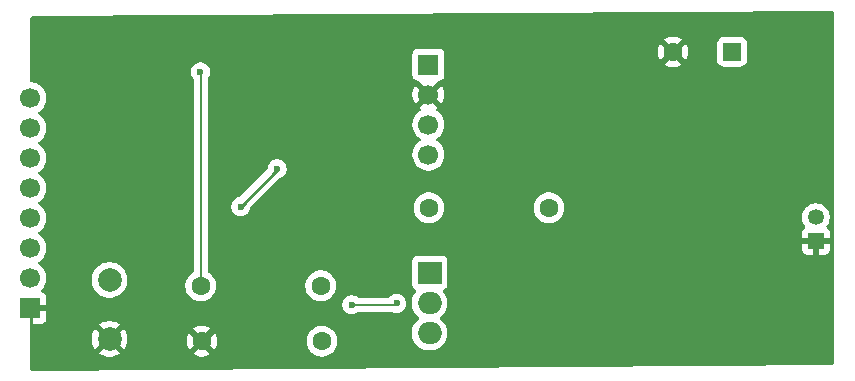
<source format=gbr>
G04 #@! TF.GenerationSoftware,KiCad,Pcbnew,9.0.4*
G04 #@! TF.CreationDate,2026-01-25T14:47:56-08:00*
G04 #@! TF.ProjectId,e-ink_PCB,652d696e-6b5f-4504-9342-2e6b69636164,rev?*
G04 #@! TF.SameCoordinates,Original*
G04 #@! TF.FileFunction,Copper,L2,Bot*
G04 #@! TF.FilePolarity,Positive*
%FSLAX46Y46*%
G04 Gerber Fmt 4.6, Leading zero omitted, Abs format (unit mm)*
G04 Created by KiCad (PCBNEW 9.0.4) date 2026-01-25 14:47:56*
%MOMM*%
%LPD*%
G01*
G04 APERTURE LIST*
G04 Aperture macros list*
%AMRoundRect*
0 Rectangle with rounded corners*
0 $1 Rounding radius*
0 $2 $3 $4 $5 $6 $7 $8 $9 X,Y pos of 4 corners*
0 Add a 4 corners polygon primitive as box body*
4,1,4,$2,$3,$4,$5,$6,$7,$8,$9,$2,$3,0*
0 Add four circle primitives for the rounded corners*
1,1,$1+$1,$2,$3*
1,1,$1+$1,$4,$5*
1,1,$1+$1,$6,$7*
1,1,$1+$1,$8,$9*
0 Add four rect primitives between the rounded corners*
20,1,$1+$1,$2,$3,$4,$5,0*
20,1,$1+$1,$4,$5,$6,$7,0*
20,1,$1+$1,$6,$7,$8,$9,0*
20,1,$1+$1,$8,$9,$2,$3,0*%
G04 Aperture macros list end*
G04 #@! TA.AperFunction,ComponentPad*
%ADD10R,1.700000X1.700000*%
G04 #@! TD*
G04 #@! TA.AperFunction,ComponentPad*
%ADD11C,1.700000*%
G04 #@! TD*
G04 #@! TA.AperFunction,ComponentPad*
%ADD12C,1.600000*%
G04 #@! TD*
G04 #@! TA.AperFunction,ComponentPad*
%ADD13R,2.000000X1.905000*%
G04 #@! TD*
G04 #@! TA.AperFunction,ComponentPad*
%ADD14O,2.000000X1.905000*%
G04 #@! TD*
G04 #@! TA.AperFunction,ComponentPad*
%ADD15R,1.350000X1.350000*%
G04 #@! TD*
G04 #@! TA.AperFunction,ComponentPad*
%ADD16C,1.350000*%
G04 #@! TD*
G04 #@! TA.AperFunction,ComponentPad*
%ADD17RoundRect,0.250000X0.550000X0.550000X-0.550000X0.550000X-0.550000X-0.550000X0.550000X-0.550000X0*%
G04 #@! TD*
G04 #@! TA.AperFunction,ComponentPad*
%ADD18C,2.000000*%
G04 #@! TD*
G04 #@! TA.AperFunction,ViaPad*
%ADD19C,0.600000*%
G04 #@! TD*
G04 #@! TA.AperFunction,Conductor*
%ADD20C,0.200000*%
G04 #@! TD*
G04 #@! TA.AperFunction,Conductor*
%ADD21C,0.254000*%
G04 #@! TD*
G04 APERTURE END LIST*
D10*
G04 #@! TO.P,J3,VIN,Pin_1*
G04 #@! TO.N,Net-(J2-Pin_2)*
X110200000Y-97580000D03*
D11*
G04 #@! TO.P,J3,GND,Pin_2*
G04 #@! TO.N,GND*
X110200000Y-100120000D03*
G04 #@! TO.P,J3,SCL,Pin_3*
G04 #@! TO.N,Net-(J3-Pin_3)*
X110200000Y-102660000D03*
G04 #@! TO.P,J3,SDA,Pin_4*
G04 #@! TO.N,Net-(J3-Pin_4)*
X110200000Y-105200000D03*
G04 #@! TD*
D12*
G04 #@! TO.P,R3,1*
G04 #@! TO.N,Net-(Q1-G)*
X110240000Y-109700000D03*
G04 #@! TO.P,R3,2*
G04 #@! TO.N,Net-(J4-Pin_2)*
X120400000Y-109700000D03*
G04 #@! TD*
G04 #@! TO.P,R1,1*
G04 #@! TO.N,Net-(J1-Pin_8)*
X90920000Y-116300000D03*
G04 #@! TO.P,R1,2*
G04 #@! TO.N,Net-(Q1-D)*
X101080000Y-116300000D03*
G04 #@! TD*
D13*
G04 #@! TO.P,MOSFET,1,G*
G04 #@! TO.N,Net-(Q1-G)*
X110300000Y-115220000D03*
D14*
G04 #@! TO.P,MOSFET,2,D*
G04 #@! TO.N,Net-(Q1-D)*
X110300000Y-117760000D03*
G04 #@! TO.P,MOSFET,3,S*
G04 #@! TO.N,Net-(J4-Pin_2)*
X110300000Y-120300000D03*
G04 #@! TD*
D15*
G04 #@! TO.P,J5,1,Pin_1*
G04 #@! TO.N,GND*
X143000000Y-112500000D03*
D16*
G04 #@! TO.P,J5,2,Pin_2*
G04 #@! TO.N,Net-(J4-Pin_2)*
X143000000Y-110500000D03*
G04 #@! TD*
D17*
G04 #@! TO.P,J4,+,Pin_2*
G04 #@! TO.N,Net-(J4-Pin_2)*
X135902651Y-96500000D03*
D12*
G04 #@! TO.P,J4,-,Pin_1*
G04 #@! TO.N,GND*
X130902651Y-96500000D03*
G04 #@! TD*
D18*
G04 #@! TO.P,C1,1*
G04 #@! TO.N,GND*
X83200000Y-120800000D03*
G04 #@! TO.P,C1,2*
G04 #@! TO.N,Net-(J2-Pin_2)*
X83200000Y-115800000D03*
G04 #@! TD*
D10*
G04 #@! TO.P,Display,GND,Pin_1*
G04 #@! TO.N,GND*
X76500000Y-118200000D03*
D11*
G04 #@! TO.P,Display,VCC,Pin_2*
G04 #@! TO.N,Net-(J2-Pin_2)*
X76500000Y-115660000D03*
G04 #@! TO.P,Display,SCL,Pin_3*
G04 #@! TO.N,Net-(J2-Pin_3)*
X76500000Y-113120000D03*
G04 #@! TO.P,Display,SDA,Pin_4*
G04 #@! TO.N,Net-(J2-Pin_4)*
X76500000Y-110580000D03*
G04 #@! TO.P,Display,RES,Pin_5*
G04 #@! TO.N,Net-(J2-Pin_5)*
X76500000Y-108040000D03*
G04 #@! TO.P,Display,DC,Pin_6*
G04 #@! TO.N,Net-(J2-Pin_6)*
X76500000Y-105500000D03*
G04 #@! TO.P,Display,CS,Pin_7*
G04 #@! TO.N,Net-(J2-Pin_7)*
X76500000Y-102960000D03*
G04 #@! TO.P,Display,BUSY,Pin_8*
G04 #@! TO.N,Net-(J2-Pin_8)*
X76500000Y-100420000D03*
G04 #@! TD*
D12*
G04 #@! TO.P,R2,1*
G04 #@! TO.N,GND*
X91020000Y-121000000D03*
G04 #@! TO.P,R2,2*
G04 #@! TO.N,Net-(J1-Pin_8)*
X101180000Y-121000000D03*
G04 #@! TD*
D19*
G04 #@! TO.N,GND*
X141000000Y-112500000D03*
X120000000Y-105000000D03*
X130000000Y-105000000D03*
X80000000Y-95000000D03*
X110000000Y-95000000D03*
X140000000Y-95000000D03*
X120000000Y-95000000D03*
X120000000Y-120000000D03*
X130000000Y-120000000D03*
X140000000Y-120000000D03*
X126100000Y-96500000D03*
X120000000Y-96500000D03*
X98900000Y-98960000D03*
X94500000Y-98960000D03*
X88000000Y-121500000D03*
X79500000Y-119500000D03*
G04 #@! TO.N,Net-(J1-Pin_8)*
X90900000Y-98200000D03*
G04 #@! TO.N,Net-(J2-Pin_2)*
X94300000Y-109600000D03*
X97400000Y-106400000D03*
G04 #@! TO.N,Net-(Q1-D)*
X107500000Y-117800000D03*
X103700000Y-117900000D03*
G04 #@! TO.N,GND*
X143000000Y-117000000D03*
X143000000Y-115000000D03*
G04 #@! TD*
D20*
G04 #@! TO.N,Net-(J1-Pin_8)*
X90920000Y-98220000D02*
X90900000Y-98200000D01*
X90920000Y-116300000D02*
X90920000Y-98220000D01*
D21*
G04 #@! TO.N,Net-(J2-Pin_2)*
X94300000Y-109600000D02*
X97400000Y-106500000D01*
D20*
X97400000Y-106500000D02*
X97400000Y-106400000D01*
G04 #@! TO.N,Net-(Q1-D)*
X107400000Y-117900000D02*
X107500000Y-117800000D01*
X103700000Y-117900000D02*
X107400000Y-117900000D01*
G04 #@! TD*
G04 #@! TA.AperFunction,Conductor*
G04 #@! TO.N,GND*
G36*
X144442271Y-93020109D02*
G01*
X144488413Y-93072576D01*
X144500000Y-93124915D01*
X144500000Y-122876908D01*
X144480315Y-122943947D01*
X144427511Y-122989702D01*
X144376912Y-123000905D01*
X76624912Y-123499081D01*
X76557729Y-123479890D01*
X76511587Y-123427423D01*
X76500000Y-123375084D01*
X76500000Y-120681947D01*
X81700000Y-120681947D01*
X81700000Y-120918052D01*
X81736934Y-121151247D01*
X81809897Y-121375802D01*
X81917087Y-121586174D01*
X81977338Y-121669104D01*
X81977340Y-121669105D01*
X82717037Y-120929408D01*
X82734075Y-120992993D01*
X82799901Y-121107007D01*
X82892993Y-121200099D01*
X83007007Y-121265925D01*
X83070590Y-121282962D01*
X82330893Y-122022658D01*
X82413828Y-122082914D01*
X82624197Y-122190102D01*
X82848752Y-122263065D01*
X82848751Y-122263065D01*
X83081948Y-122300000D01*
X83318052Y-122300000D01*
X83551247Y-122263065D01*
X83775802Y-122190102D01*
X83986163Y-122082918D01*
X83986169Y-122082914D01*
X84069105Y-122022658D01*
X83329408Y-121282962D01*
X83392993Y-121265925D01*
X83507007Y-121200099D01*
X83600099Y-121107007D01*
X83665925Y-120992993D01*
X83682962Y-120929408D01*
X84422658Y-121669105D01*
X84422658Y-121669104D01*
X84482914Y-121586169D01*
X84482918Y-121586163D01*
X84590102Y-121375802D01*
X84663065Y-121151247D01*
X84700000Y-120918052D01*
X84700000Y-120897682D01*
X89720000Y-120897682D01*
X89720000Y-121102317D01*
X89752009Y-121304417D01*
X89815244Y-121499031D01*
X89908141Y-121681350D01*
X89908147Y-121681359D01*
X89940523Y-121725921D01*
X89940524Y-121725922D01*
X90620000Y-121046446D01*
X90620000Y-121052661D01*
X90647259Y-121154394D01*
X90699920Y-121245606D01*
X90774394Y-121320080D01*
X90865606Y-121372741D01*
X90967339Y-121400000D01*
X90973553Y-121400000D01*
X90294076Y-122079474D01*
X90338650Y-122111859D01*
X90520968Y-122204755D01*
X90715582Y-122267990D01*
X90917683Y-122300000D01*
X91122317Y-122300000D01*
X91324417Y-122267990D01*
X91519031Y-122204755D01*
X91701349Y-122111859D01*
X91745921Y-122079474D01*
X91066447Y-121400000D01*
X91072661Y-121400000D01*
X91174394Y-121372741D01*
X91265606Y-121320080D01*
X91340080Y-121245606D01*
X91392741Y-121154394D01*
X91420000Y-121052661D01*
X91420000Y-121046447D01*
X92099474Y-121725921D01*
X92131859Y-121681349D01*
X92224755Y-121499031D01*
X92287990Y-121304417D01*
X92320000Y-121102317D01*
X92320000Y-120897682D01*
X92319995Y-120897648D01*
X99879500Y-120897648D01*
X99879500Y-121102351D01*
X99911522Y-121304534D01*
X99974781Y-121499223D01*
X99996943Y-121542717D01*
X100067585Y-121681359D01*
X100067715Y-121681613D01*
X100188028Y-121847213D01*
X100332786Y-121991971D01*
X100487749Y-122104556D01*
X100498390Y-122112287D01*
X100614607Y-122171503D01*
X100680776Y-122205218D01*
X100680778Y-122205218D01*
X100680781Y-122205220D01*
X100785137Y-122239127D01*
X100875465Y-122268477D01*
X100976557Y-122284488D01*
X101077648Y-122300500D01*
X101077649Y-122300500D01*
X101282351Y-122300500D01*
X101282352Y-122300500D01*
X101484534Y-122268477D01*
X101679219Y-122205220D01*
X101861610Y-122112287D01*
X101984975Y-122022658D01*
X102027213Y-121991971D01*
X102027215Y-121991968D01*
X102027219Y-121991966D01*
X102171966Y-121847219D01*
X102171968Y-121847215D01*
X102171971Y-121847213D01*
X102224732Y-121774590D01*
X102292287Y-121681610D01*
X102385220Y-121499219D01*
X102448477Y-121304534D01*
X102480500Y-121102352D01*
X102480500Y-120897648D01*
X102465034Y-120799999D01*
X102448477Y-120695465D01*
X102417458Y-120600000D01*
X102385220Y-120500781D01*
X102385218Y-120500778D01*
X102385218Y-120500776D01*
X102341183Y-120414354D01*
X102292287Y-120318390D01*
X102260092Y-120274077D01*
X102171971Y-120152786D01*
X102027213Y-120008028D01*
X101861613Y-119887715D01*
X101861612Y-119887714D01*
X101861610Y-119887713D01*
X101804653Y-119858691D01*
X101679223Y-119794781D01*
X101484534Y-119731522D01*
X101309995Y-119703878D01*
X101282352Y-119699500D01*
X101077648Y-119699500D01*
X101053329Y-119703351D01*
X100875465Y-119731522D01*
X100680776Y-119794781D01*
X100498386Y-119887715D01*
X100332786Y-120008028D01*
X100188028Y-120152786D01*
X100067715Y-120318386D01*
X99974781Y-120500776D01*
X99911522Y-120695465D01*
X99879500Y-120897648D01*
X92319995Y-120897648D01*
X92287990Y-120695582D01*
X92224755Y-120500968D01*
X92131859Y-120318650D01*
X92099474Y-120274077D01*
X92099474Y-120274076D01*
X91420000Y-120953551D01*
X91420000Y-120947339D01*
X91392741Y-120845606D01*
X91340080Y-120754394D01*
X91265606Y-120679920D01*
X91174394Y-120627259D01*
X91072661Y-120600000D01*
X91066446Y-120600000D01*
X91745922Y-119920524D01*
X91745921Y-119920523D01*
X91701359Y-119888147D01*
X91701350Y-119888141D01*
X91519031Y-119795244D01*
X91324417Y-119732009D01*
X91122317Y-119700000D01*
X90917683Y-119700000D01*
X90715582Y-119732009D01*
X90520968Y-119795244D01*
X90338644Y-119888143D01*
X90294077Y-119920523D01*
X90294077Y-119920524D01*
X90973554Y-120600000D01*
X90967339Y-120600000D01*
X90865606Y-120627259D01*
X90774394Y-120679920D01*
X90699920Y-120754394D01*
X90647259Y-120845606D01*
X90620000Y-120947339D01*
X90620000Y-120953553D01*
X89940524Y-120274077D01*
X89940523Y-120274077D01*
X89908143Y-120318644D01*
X89815244Y-120500968D01*
X89752009Y-120695582D01*
X89720000Y-120897682D01*
X84700000Y-120897682D01*
X84700000Y-120681947D01*
X84663065Y-120448752D01*
X84590102Y-120224197D01*
X84488137Y-120024078D01*
X84482914Y-120013828D01*
X84422658Y-119930894D01*
X84422658Y-119930893D01*
X83682962Y-120670590D01*
X83665925Y-120607007D01*
X83600099Y-120492993D01*
X83507007Y-120399901D01*
X83392993Y-120334075D01*
X83329409Y-120317037D01*
X84069105Y-119577340D01*
X84069104Y-119577338D01*
X83986174Y-119517087D01*
X83775802Y-119409897D01*
X83551247Y-119336934D01*
X83551248Y-119336934D01*
X83318052Y-119300000D01*
X83081948Y-119300000D01*
X82848752Y-119336934D01*
X82624197Y-119409897D01*
X82413830Y-119517084D01*
X82330894Y-119577340D01*
X83070591Y-120317037D01*
X83007007Y-120334075D01*
X82892993Y-120399901D01*
X82799901Y-120492993D01*
X82734075Y-120607007D01*
X82717037Y-120670591D01*
X81977340Y-119930894D01*
X81917084Y-120013830D01*
X81809897Y-120224197D01*
X81736934Y-120448752D01*
X81700000Y-120681947D01*
X76500000Y-120681947D01*
X76500000Y-119680000D01*
X76500000Y-118700000D01*
X76565826Y-118700000D01*
X76692993Y-118665925D01*
X76750000Y-118633012D01*
X76750000Y-119550000D01*
X77397828Y-119550000D01*
X77397844Y-119549999D01*
X77457372Y-119543598D01*
X77457379Y-119543596D01*
X77551702Y-119508417D01*
X77592086Y-119493354D01*
X77592093Y-119493350D01*
X77707187Y-119407190D01*
X77707190Y-119407187D01*
X77793350Y-119292093D01*
X77793354Y-119292086D01*
X77843596Y-119157379D01*
X77843598Y-119157372D01*
X77849999Y-119097844D01*
X77850000Y-119097827D01*
X77850000Y-118450000D01*
X76933012Y-118450000D01*
X76965925Y-118392993D01*
X77000000Y-118265826D01*
X77000000Y-118134174D01*
X76965925Y-118007007D01*
X76933012Y-117950000D01*
X77850000Y-117950000D01*
X77850000Y-117821153D01*
X102899500Y-117821153D01*
X102899500Y-117978846D01*
X102930261Y-118133489D01*
X102930264Y-118133501D01*
X102990602Y-118279172D01*
X102990609Y-118279185D01*
X103078210Y-118410288D01*
X103078213Y-118410292D01*
X103189707Y-118521786D01*
X103189711Y-118521789D01*
X103320814Y-118609390D01*
X103320827Y-118609397D01*
X103457300Y-118665925D01*
X103466503Y-118669737D01*
X103618644Y-118700000D01*
X103621153Y-118700499D01*
X103621156Y-118700500D01*
X103621158Y-118700500D01*
X103778844Y-118700500D01*
X103778845Y-118700499D01*
X103933497Y-118669737D01*
X104079179Y-118609394D01*
X104093090Y-118600099D01*
X104210875Y-118521398D01*
X104277553Y-118500520D01*
X104279766Y-118500500D01*
X107074684Y-118500500D01*
X107122136Y-118509939D01*
X107149801Y-118521398D01*
X107266503Y-118569737D01*
X107419142Y-118600099D01*
X107421153Y-118600499D01*
X107421156Y-118600500D01*
X107421158Y-118600500D01*
X107578844Y-118600500D01*
X107578845Y-118600499D01*
X107733497Y-118569737D01*
X107879179Y-118509394D01*
X108010289Y-118421789D01*
X108121789Y-118310289D01*
X108209394Y-118179179D01*
X108269737Y-118033497D01*
X108300500Y-117878842D01*
X108300500Y-117721158D01*
X108300500Y-117721155D01*
X108300499Y-117721153D01*
X108289627Y-117666498D01*
X108269737Y-117566503D01*
X108244352Y-117505218D01*
X108209397Y-117420827D01*
X108209390Y-117420814D01*
X108121789Y-117289711D01*
X108121786Y-117289707D01*
X108010292Y-117178213D01*
X108010288Y-117178210D01*
X107879185Y-117090609D01*
X107879172Y-117090602D01*
X107733501Y-117030264D01*
X107733489Y-117030261D01*
X107578845Y-116999500D01*
X107578842Y-116999500D01*
X107421158Y-116999500D01*
X107421155Y-116999500D01*
X107266510Y-117030261D01*
X107266498Y-117030264D01*
X107120827Y-117090602D01*
X107120814Y-117090609D01*
X106989712Y-117178209D01*
X106965680Y-117202242D01*
X106904739Y-117263182D01*
X106843419Y-117296666D01*
X106817060Y-117299500D01*
X104279766Y-117299500D01*
X104212727Y-117279815D01*
X104210875Y-117278602D01*
X104079185Y-117190609D01*
X104079172Y-117190602D01*
X103933501Y-117130264D01*
X103933489Y-117130261D01*
X103778845Y-117099500D01*
X103778842Y-117099500D01*
X103621158Y-117099500D01*
X103621155Y-117099500D01*
X103466510Y-117130261D01*
X103466498Y-117130264D01*
X103320827Y-117190602D01*
X103320814Y-117190609D01*
X103189711Y-117278210D01*
X103189707Y-117278213D01*
X103078213Y-117389707D01*
X103078210Y-117389711D01*
X102990609Y-117520814D01*
X102990602Y-117520827D01*
X102930264Y-117666498D01*
X102930261Y-117666510D01*
X102899500Y-117821153D01*
X77850000Y-117821153D01*
X77850000Y-117302172D01*
X77849999Y-117302155D01*
X77843598Y-117242627D01*
X77843596Y-117242620D01*
X77793354Y-117107913D01*
X77793350Y-117107906D01*
X77707190Y-116992812D01*
X77707187Y-116992809D01*
X77592093Y-116906649D01*
X77592088Y-116906646D01*
X77460528Y-116857577D01*
X77404595Y-116815705D01*
X77380178Y-116750241D01*
X77395030Y-116681968D01*
X77416175Y-116653720D01*
X77530104Y-116539792D01*
X77655051Y-116367816D01*
X77751557Y-116178412D01*
X77817246Y-115976243D01*
X77850500Y-115766287D01*
X77850500Y-115681902D01*
X81699500Y-115681902D01*
X81699500Y-115918097D01*
X81736446Y-116151368D01*
X81809433Y-116375996D01*
X81829221Y-116414831D01*
X81916657Y-116586433D01*
X82055483Y-116777510D01*
X82222490Y-116944517D01*
X82413567Y-117083343D01*
X82505649Y-117130261D01*
X82624003Y-117190566D01*
X82624005Y-117190566D01*
X82624008Y-117190568D01*
X82744412Y-117229689D01*
X82848631Y-117263553D01*
X83081903Y-117300500D01*
X83081908Y-117300500D01*
X83318097Y-117300500D01*
X83551368Y-117263553D01*
X83615771Y-117242627D01*
X83775992Y-117190568D01*
X83986433Y-117083343D01*
X84177510Y-116944517D01*
X84344517Y-116777510D01*
X84483343Y-116586433D01*
X84590568Y-116375992D01*
X84648516Y-116197648D01*
X89619500Y-116197648D01*
X89619500Y-116402351D01*
X89651522Y-116604534D01*
X89714781Y-116799223D01*
X89769517Y-116906646D01*
X89805489Y-116977246D01*
X89807715Y-116981613D01*
X89928028Y-117147213D01*
X90072786Y-117291971D01*
X90227749Y-117404556D01*
X90238390Y-117412287D01*
X90354607Y-117471503D01*
X90420776Y-117505218D01*
X90420778Y-117505218D01*
X90420781Y-117505220D01*
X90525137Y-117539127D01*
X90615465Y-117568477D01*
X90716557Y-117584488D01*
X90817648Y-117600500D01*
X90817649Y-117600500D01*
X91022351Y-117600500D01*
X91022352Y-117600500D01*
X91224534Y-117568477D01*
X91419219Y-117505220D01*
X91601610Y-117412287D01*
X91753172Y-117302172D01*
X91767213Y-117291971D01*
X91767215Y-117291968D01*
X91767219Y-117291966D01*
X91911966Y-117147219D01*
X91911968Y-117147215D01*
X91911971Y-117147213D01*
X91996938Y-117030264D01*
X92032287Y-116981610D01*
X92125220Y-116799219D01*
X92188477Y-116604534D01*
X92220500Y-116402352D01*
X92220500Y-116197648D01*
X99779500Y-116197648D01*
X99779500Y-116402351D01*
X99811522Y-116604534D01*
X99874781Y-116799223D01*
X99929517Y-116906646D01*
X99965489Y-116977246D01*
X99967715Y-116981613D01*
X100088028Y-117147213D01*
X100232786Y-117291971D01*
X100387749Y-117404556D01*
X100398390Y-117412287D01*
X100514607Y-117471503D01*
X100580776Y-117505218D01*
X100580778Y-117505218D01*
X100580781Y-117505220D01*
X100685137Y-117539127D01*
X100775465Y-117568477D01*
X100876557Y-117584488D01*
X100977648Y-117600500D01*
X100977649Y-117600500D01*
X101182351Y-117600500D01*
X101182352Y-117600500D01*
X101384534Y-117568477D01*
X101579219Y-117505220D01*
X101761610Y-117412287D01*
X101913172Y-117302172D01*
X101927213Y-117291971D01*
X101927215Y-117291968D01*
X101927219Y-117291966D01*
X102071966Y-117147219D01*
X102071968Y-117147215D01*
X102071971Y-117147213D01*
X102156938Y-117030264D01*
X102192287Y-116981610D01*
X102285220Y-116799219D01*
X102348477Y-116604534D01*
X102380500Y-116402352D01*
X102380500Y-116197648D01*
X102348477Y-115995466D01*
X102285220Y-115800781D01*
X102285218Y-115800778D01*
X102285218Y-115800776D01*
X102224648Y-115681902D01*
X102192287Y-115618390D01*
X102145297Y-115553713D01*
X102071971Y-115452786D01*
X101927213Y-115308028D01*
X101761613Y-115187715D01*
X101761612Y-115187714D01*
X101761610Y-115187713D01*
X101704653Y-115158691D01*
X101579223Y-115094781D01*
X101384534Y-115031522D01*
X101209995Y-115003878D01*
X101182352Y-114999500D01*
X100977648Y-114999500D01*
X100953329Y-115003351D01*
X100775465Y-115031522D01*
X100580776Y-115094781D01*
X100398386Y-115187715D01*
X100232786Y-115308028D01*
X100088028Y-115452786D01*
X99967715Y-115618386D01*
X99874781Y-115800776D01*
X99811522Y-115995465D01*
X99779500Y-116197648D01*
X92220500Y-116197648D01*
X92188477Y-115995466D01*
X92125220Y-115800781D01*
X92125218Y-115800778D01*
X92125218Y-115800776D01*
X92064648Y-115681902D01*
X92032287Y-115618390D01*
X91985297Y-115553713D01*
X91911971Y-115452786D01*
X91767213Y-115308028D01*
X91601610Y-115187712D01*
X91588200Y-115180879D01*
X91537406Y-115132903D01*
X91520500Y-115070397D01*
X91520500Y-114219635D01*
X108799500Y-114219635D01*
X108799500Y-116220370D01*
X108799501Y-116220376D01*
X108805908Y-116279983D01*
X108856202Y-116414828D01*
X108856206Y-116414835D01*
X108942452Y-116530044D01*
X108942455Y-116530047D01*
X109057664Y-116616293D01*
X109057669Y-116616296D01*
X109085539Y-116626690D01*
X109141473Y-116668561D01*
X109165891Y-116734024D01*
X109151040Y-116802298D01*
X109142525Y-116815759D01*
X109009783Y-116998461D01*
X108905950Y-117202244D01*
X108835278Y-117419750D01*
X108835278Y-117419753D01*
X108812036Y-117566498D01*
X108799500Y-117645646D01*
X108799500Y-117874354D01*
X108802452Y-117892993D01*
X108835278Y-118100246D01*
X108835278Y-118100249D01*
X108905950Y-118317755D01*
X108999064Y-118500500D01*
X109009783Y-118521538D01*
X109144214Y-118706566D01*
X109305934Y-118868286D01*
X109375423Y-118918773D01*
X109390438Y-118929682D01*
X109433103Y-118985013D01*
X109439082Y-119054626D01*
X109406476Y-119116421D01*
X109390438Y-119130318D01*
X109305932Y-119191715D01*
X109144216Y-119353431D01*
X109144216Y-119353432D01*
X109144214Y-119353434D01*
X109105160Y-119407187D01*
X109009783Y-119538461D01*
X108905950Y-119742244D01*
X108835278Y-119959750D01*
X108835278Y-119959753D01*
X108799500Y-120185646D01*
X108799500Y-120414353D01*
X108835278Y-120640246D01*
X108835278Y-120640249D01*
X108905950Y-120857755D01*
X108978427Y-120999999D01*
X109009783Y-121061538D01*
X109144214Y-121246566D01*
X109305934Y-121408286D01*
X109490962Y-121542717D01*
X109694742Y-121646548D01*
X109694744Y-121646549D01*
X109912251Y-121717221D01*
X109912252Y-121717221D01*
X109912255Y-121717222D01*
X110138146Y-121753000D01*
X110138147Y-121753000D01*
X110461853Y-121753000D01*
X110461854Y-121753000D01*
X110687745Y-121717222D01*
X110687748Y-121717221D01*
X110687749Y-121717221D01*
X110905255Y-121646549D01*
X110905255Y-121646548D01*
X110905258Y-121646548D01*
X111109038Y-121542717D01*
X111294066Y-121408286D01*
X111455786Y-121246566D01*
X111590217Y-121061538D01*
X111694048Y-120857758D01*
X111764722Y-120640245D01*
X111800500Y-120414354D01*
X111800500Y-120185646D01*
X111764722Y-119959755D01*
X111764721Y-119959751D01*
X111764721Y-119959750D01*
X111694049Y-119742244D01*
X111610025Y-119577338D01*
X111590217Y-119538462D01*
X111455786Y-119353434D01*
X111294066Y-119191714D01*
X111209559Y-119130316D01*
X111166896Y-119074988D01*
X111160917Y-119005375D01*
X111193523Y-118943580D01*
X111209556Y-118929685D01*
X111294066Y-118868286D01*
X111455786Y-118706566D01*
X111590217Y-118521538D01*
X111694048Y-118317758D01*
X111753918Y-118133497D01*
X111764721Y-118100249D01*
X111764721Y-118100248D01*
X111764722Y-118100245D01*
X111800500Y-117874354D01*
X111800500Y-117645646D01*
X111764722Y-117419755D01*
X111764721Y-117419751D01*
X111764721Y-117419750D01*
X111694049Y-117202244D01*
X111637168Y-117090609D01*
X111590217Y-116998462D01*
X111457472Y-116815755D01*
X111433994Y-116749953D01*
X111449819Y-116681899D01*
X111499925Y-116633204D01*
X111514455Y-116626692D01*
X111542331Y-116616296D01*
X111657546Y-116530046D01*
X111743796Y-116414831D01*
X111794091Y-116279983D01*
X111800500Y-116220373D01*
X111800499Y-114219628D01*
X111794091Y-114160017D01*
X111743796Y-114025169D01*
X111743795Y-114025168D01*
X111743793Y-114025164D01*
X111657547Y-113909955D01*
X111657544Y-113909952D01*
X111542335Y-113823706D01*
X111542328Y-113823702D01*
X111407482Y-113773408D01*
X111407483Y-113773408D01*
X111347883Y-113767001D01*
X111347881Y-113767000D01*
X111347873Y-113767000D01*
X111347864Y-113767000D01*
X109252129Y-113767000D01*
X109252123Y-113767001D01*
X109192516Y-113773408D01*
X109057671Y-113823702D01*
X109057664Y-113823706D01*
X108942455Y-113909952D01*
X108942452Y-113909955D01*
X108856206Y-114025164D01*
X108856202Y-114025171D01*
X108805908Y-114160017D01*
X108799501Y-114219616D01*
X108799501Y-114219623D01*
X108799500Y-114219635D01*
X91520500Y-114219635D01*
X91520500Y-109521153D01*
X93499500Y-109521153D01*
X93499500Y-109678846D01*
X93530261Y-109833489D01*
X93530264Y-109833501D01*
X93590602Y-109979172D01*
X93590609Y-109979185D01*
X93678210Y-110110288D01*
X93678213Y-110110292D01*
X93789707Y-110221786D01*
X93789711Y-110221789D01*
X93920814Y-110309390D01*
X93920827Y-110309397D01*
X94009964Y-110346318D01*
X94066503Y-110369737D01*
X94221153Y-110400499D01*
X94221156Y-110400500D01*
X94221158Y-110400500D01*
X94378844Y-110400500D01*
X94378845Y-110400499D01*
X94533497Y-110369737D01*
X94679179Y-110309394D01*
X94810289Y-110221789D01*
X94921789Y-110110289D01*
X95009394Y-109979179D01*
X95069737Y-109833497D01*
X95091156Y-109725812D01*
X95099920Y-109709058D01*
X95103940Y-109690580D01*
X95122682Y-109665543D01*
X95123539Y-109663906D01*
X95125035Y-109662382D01*
X95189769Y-109597648D01*
X108939500Y-109597648D01*
X108939500Y-109802351D01*
X108971522Y-110004534D01*
X109034781Y-110199223D01*
X109098691Y-110324653D01*
X109121663Y-110369737D01*
X109127715Y-110381613D01*
X109248028Y-110547213D01*
X109392786Y-110691971D01*
X109507433Y-110775265D01*
X109558390Y-110812287D01*
X109674607Y-110871503D01*
X109740776Y-110905218D01*
X109740778Y-110905218D01*
X109740781Y-110905220D01*
X109845137Y-110939127D01*
X109935465Y-110968477D01*
X110036557Y-110984488D01*
X110137648Y-111000500D01*
X110137649Y-111000500D01*
X110342351Y-111000500D01*
X110342352Y-111000500D01*
X110544534Y-110968477D01*
X110739219Y-110905220D01*
X110921610Y-110812287D01*
X111014590Y-110744732D01*
X111087213Y-110691971D01*
X111087215Y-110691968D01*
X111087219Y-110691966D01*
X111231966Y-110547219D01*
X111231968Y-110547215D01*
X111231971Y-110547213D01*
X111333487Y-110407486D01*
X111352287Y-110381610D01*
X111445220Y-110199219D01*
X111508477Y-110004534D01*
X111540500Y-109802352D01*
X111540500Y-109597648D01*
X119099500Y-109597648D01*
X119099500Y-109802351D01*
X119131522Y-110004534D01*
X119194781Y-110199223D01*
X119258691Y-110324653D01*
X119281663Y-110369737D01*
X119287715Y-110381613D01*
X119408028Y-110547213D01*
X119552786Y-110691971D01*
X119667433Y-110775265D01*
X119718390Y-110812287D01*
X119834607Y-110871503D01*
X119900776Y-110905218D01*
X119900778Y-110905218D01*
X119900781Y-110905220D01*
X120005137Y-110939127D01*
X120095465Y-110968477D01*
X120196557Y-110984488D01*
X120297648Y-111000500D01*
X120297649Y-111000500D01*
X120502351Y-111000500D01*
X120502352Y-111000500D01*
X120704534Y-110968477D01*
X120899219Y-110905220D01*
X121081610Y-110812287D01*
X121174590Y-110744732D01*
X121247213Y-110691971D01*
X121247215Y-110691968D01*
X121247219Y-110691966D01*
X121391966Y-110547219D01*
X121391968Y-110547215D01*
X121391971Y-110547213D01*
X121493487Y-110407486D01*
X141824500Y-110407486D01*
X141824500Y-110592513D01*
X141853445Y-110775265D01*
X141910619Y-110951232D01*
X141910620Y-110951235D01*
X141994622Y-111116096D01*
X142078840Y-111232012D01*
X142102320Y-111297817D01*
X142086495Y-111365871D01*
X142052833Y-111404164D01*
X141967809Y-111467813D01*
X141881649Y-111582906D01*
X141881645Y-111582913D01*
X141831403Y-111717620D01*
X141831401Y-111717627D01*
X141825000Y-111777155D01*
X141825000Y-112250000D01*
X142684314Y-112250000D01*
X142679920Y-112254394D01*
X142627259Y-112345606D01*
X142600000Y-112447339D01*
X142600000Y-112552661D01*
X142627259Y-112654394D01*
X142679920Y-112745606D01*
X142684314Y-112750000D01*
X141825000Y-112750000D01*
X141825000Y-113222844D01*
X141831401Y-113282372D01*
X141831403Y-113282379D01*
X141881645Y-113417086D01*
X141881649Y-113417093D01*
X141967809Y-113532187D01*
X141967812Y-113532190D01*
X142082906Y-113618350D01*
X142082913Y-113618354D01*
X142217620Y-113668596D01*
X142217627Y-113668598D01*
X142277155Y-113674999D01*
X142277172Y-113675000D01*
X142750000Y-113675000D01*
X142750000Y-112815686D01*
X142754394Y-112820080D01*
X142845606Y-112872741D01*
X142947339Y-112900000D01*
X143052661Y-112900000D01*
X143154394Y-112872741D01*
X143245606Y-112820080D01*
X143250000Y-112815686D01*
X143250000Y-113675000D01*
X143722828Y-113675000D01*
X143722844Y-113674999D01*
X143782372Y-113668598D01*
X143782379Y-113668596D01*
X143917086Y-113618354D01*
X143917093Y-113618350D01*
X144032187Y-113532190D01*
X144032190Y-113532187D01*
X144118350Y-113417093D01*
X144118354Y-113417086D01*
X144168596Y-113282379D01*
X144168598Y-113282372D01*
X144174999Y-113222844D01*
X144175000Y-113222827D01*
X144175000Y-112750000D01*
X143315686Y-112750000D01*
X143320080Y-112745606D01*
X143372741Y-112654394D01*
X143400000Y-112552661D01*
X143400000Y-112447339D01*
X143372741Y-112345606D01*
X143320080Y-112254394D01*
X143315686Y-112250000D01*
X144175000Y-112250000D01*
X144175000Y-111777172D01*
X144174999Y-111777155D01*
X144168598Y-111717627D01*
X144168596Y-111717620D01*
X144118354Y-111582913D01*
X144118350Y-111582906D01*
X144032190Y-111467812D01*
X143947166Y-111404162D01*
X143905296Y-111348228D01*
X143900312Y-111278536D01*
X143921157Y-111232015D01*
X144005378Y-111116096D01*
X144089379Y-110951235D01*
X144146555Y-110775264D01*
X144175500Y-110592514D01*
X144175500Y-110407486D01*
X144146555Y-110224736D01*
X144109369Y-110110288D01*
X144089380Y-110048767D01*
X144089379Y-110048764D01*
X144005377Y-109883903D01*
X143996859Y-109872179D01*
X143896621Y-109734213D01*
X143765787Y-109603379D01*
X143616096Y-109494622D01*
X143451235Y-109410620D01*
X143451232Y-109410619D01*
X143275265Y-109353445D01*
X143183889Y-109338972D01*
X143092514Y-109324500D01*
X142907486Y-109324500D01*
X142846569Y-109334148D01*
X142724734Y-109353445D01*
X142548767Y-109410619D01*
X142548764Y-109410620D01*
X142383903Y-109494622D01*
X142347387Y-109521153D01*
X142234213Y-109603379D01*
X142234211Y-109603381D01*
X142234210Y-109603381D01*
X142103381Y-109734210D01*
X142103381Y-109734211D01*
X142103379Y-109734213D01*
X142056672Y-109798499D01*
X141994622Y-109883903D01*
X141910620Y-110048764D01*
X141910619Y-110048767D01*
X141853445Y-110224734D01*
X141824500Y-110407486D01*
X121493487Y-110407486D01*
X121512286Y-110381611D01*
X121530270Y-110346318D01*
X121605218Y-110199223D01*
X121605218Y-110199222D01*
X121605220Y-110199219D01*
X121668477Y-110004534D01*
X121700500Y-109802352D01*
X121700500Y-109597648D01*
X121672440Y-109420486D01*
X121668477Y-109395465D01*
X121605218Y-109200776D01*
X121538639Y-109070109D01*
X121512287Y-109018390D01*
X121483097Y-108978213D01*
X121391971Y-108852786D01*
X121247213Y-108708028D01*
X121081613Y-108587715D01*
X121081612Y-108587714D01*
X121081610Y-108587713D01*
X121024104Y-108558412D01*
X120899223Y-108494781D01*
X120704534Y-108431522D01*
X120529995Y-108403878D01*
X120502352Y-108399500D01*
X120297648Y-108399500D01*
X120273329Y-108403351D01*
X120095465Y-108431522D01*
X119900776Y-108494781D01*
X119718386Y-108587715D01*
X119552786Y-108708028D01*
X119408028Y-108852786D01*
X119287715Y-109018386D01*
X119194781Y-109200776D01*
X119131522Y-109395465D01*
X119099500Y-109597648D01*
X111540500Y-109597648D01*
X111512440Y-109420486D01*
X111508477Y-109395465D01*
X111445218Y-109200776D01*
X111378639Y-109070109D01*
X111352287Y-109018390D01*
X111323097Y-108978213D01*
X111231971Y-108852786D01*
X111087213Y-108708028D01*
X110921613Y-108587715D01*
X110921612Y-108587714D01*
X110921610Y-108587713D01*
X110864104Y-108558412D01*
X110739223Y-108494781D01*
X110544534Y-108431522D01*
X110369995Y-108403878D01*
X110342352Y-108399500D01*
X110137648Y-108399500D01*
X110113329Y-108403351D01*
X109935465Y-108431522D01*
X109740776Y-108494781D01*
X109558386Y-108587715D01*
X109392786Y-108708028D01*
X109248028Y-108852786D01*
X109127715Y-109018386D01*
X109034781Y-109200776D01*
X108971522Y-109395465D01*
X108939500Y-109597648D01*
X95189769Y-109597648D01*
X97589058Y-107198359D01*
X97629284Y-107171482D01*
X97779172Y-107109397D01*
X97779172Y-107109396D01*
X97779179Y-107109394D01*
X97910289Y-107021789D01*
X98021789Y-106910289D01*
X98109394Y-106779179D01*
X98169737Y-106633497D01*
X98200500Y-106478842D01*
X98200500Y-106321158D01*
X98200500Y-106321155D01*
X98200499Y-106321153D01*
X98182388Y-106230104D01*
X98169737Y-106166503D01*
X98169735Y-106166498D01*
X98109397Y-106020827D01*
X98109390Y-106020814D01*
X98021789Y-105889711D01*
X98021786Y-105889707D01*
X97910292Y-105778213D01*
X97910288Y-105778210D01*
X97779185Y-105690609D01*
X97779172Y-105690602D01*
X97633501Y-105630264D01*
X97633489Y-105630261D01*
X97478845Y-105599500D01*
X97478842Y-105599500D01*
X97321158Y-105599500D01*
X97321155Y-105599500D01*
X97166510Y-105630261D01*
X97166498Y-105630264D01*
X97020827Y-105690602D01*
X97020814Y-105690609D01*
X96889711Y-105778210D01*
X96889707Y-105778213D01*
X96778213Y-105889707D01*
X96778210Y-105889711D01*
X96690609Y-106020814D01*
X96690602Y-106020827D01*
X96630264Y-106166498D01*
X96630261Y-106166510D01*
X96599500Y-106321153D01*
X96599500Y-106361718D01*
X96579815Y-106428757D01*
X96563181Y-106449399D01*
X94237672Y-108774907D01*
X94176349Y-108808392D01*
X94174183Y-108808843D01*
X94066508Y-108830261D01*
X94066498Y-108830264D01*
X93920827Y-108890602D01*
X93920814Y-108890609D01*
X93789711Y-108978210D01*
X93789707Y-108978213D01*
X93678213Y-109089707D01*
X93678210Y-109089711D01*
X93590609Y-109220814D01*
X93590602Y-109220827D01*
X93530264Y-109366498D01*
X93530261Y-109366510D01*
X93499500Y-109521153D01*
X91520500Y-109521153D01*
X91520500Y-98749833D01*
X91540185Y-98682794D01*
X91541398Y-98680942D01*
X91547154Y-98672328D01*
X91609394Y-98579179D01*
X91669737Y-98433497D01*
X91700500Y-98278842D01*
X91700500Y-98121158D01*
X91700500Y-98121155D01*
X91700499Y-98121153D01*
X91669738Y-97966510D01*
X91669737Y-97966503D01*
X91669735Y-97966498D01*
X91609397Y-97820827D01*
X91609390Y-97820814D01*
X91521789Y-97689711D01*
X91521786Y-97689707D01*
X91410292Y-97578213D01*
X91410288Y-97578210D01*
X91279185Y-97490609D01*
X91279172Y-97490602D01*
X91133501Y-97430264D01*
X91133489Y-97430261D01*
X90978845Y-97399500D01*
X90978842Y-97399500D01*
X90821158Y-97399500D01*
X90821155Y-97399500D01*
X90666510Y-97430261D01*
X90666498Y-97430264D01*
X90520827Y-97490602D01*
X90520814Y-97490609D01*
X90389711Y-97578210D01*
X90389707Y-97578213D01*
X90278213Y-97689707D01*
X90278210Y-97689711D01*
X90190609Y-97820814D01*
X90190602Y-97820827D01*
X90130264Y-97966498D01*
X90130261Y-97966510D01*
X90099500Y-98121153D01*
X90099500Y-98278846D01*
X90130261Y-98433489D01*
X90130264Y-98433501D01*
X90190602Y-98579172D01*
X90190609Y-98579185D01*
X90252846Y-98672328D01*
X90278211Y-98710289D01*
X90283178Y-98715256D01*
X90316665Y-98776575D01*
X90319500Y-98802940D01*
X90319500Y-115070397D01*
X90299815Y-115137436D01*
X90251800Y-115180879D01*
X90238389Y-115187712D01*
X90072786Y-115308028D01*
X89928028Y-115452786D01*
X89807715Y-115618386D01*
X89714781Y-115800776D01*
X89651522Y-115995465D01*
X89619500Y-116197648D01*
X84648516Y-116197648D01*
X84662550Y-116154457D01*
X84663552Y-116151370D01*
X84663553Y-116151368D01*
X84682640Y-116030859D01*
X84700500Y-115918097D01*
X84700500Y-115681902D01*
X84663553Y-115448631D01*
X84590566Y-115224003D01*
X84534002Y-115112991D01*
X84483343Y-115013567D01*
X84344517Y-114822490D01*
X84177510Y-114655483D01*
X83986433Y-114516657D01*
X83954696Y-114500486D01*
X83775996Y-114409433D01*
X83551368Y-114336446D01*
X83318097Y-114299500D01*
X83318092Y-114299500D01*
X83081908Y-114299500D01*
X83081903Y-114299500D01*
X82848631Y-114336446D01*
X82624003Y-114409433D01*
X82413566Y-114516657D01*
X82304550Y-114595862D01*
X82222490Y-114655483D01*
X82222488Y-114655485D01*
X82222487Y-114655485D01*
X82055485Y-114822487D01*
X82055485Y-114822488D01*
X82055483Y-114822490D01*
X81995862Y-114904550D01*
X81916657Y-115013566D01*
X81809433Y-115224003D01*
X81736446Y-115448631D01*
X81699500Y-115681902D01*
X77850500Y-115681902D01*
X77850500Y-115553713D01*
X77817246Y-115343757D01*
X77751557Y-115141588D01*
X77655051Y-114952184D01*
X77655049Y-114952181D01*
X77655048Y-114952179D01*
X77530109Y-114780213D01*
X77379786Y-114629890D01*
X77207820Y-114504951D01*
X77207115Y-114504591D01*
X77199054Y-114500485D01*
X77148259Y-114452512D01*
X77131463Y-114384692D01*
X77153999Y-114318556D01*
X77199054Y-114279515D01*
X77207816Y-114275051D01*
X77284090Y-114219635D01*
X77379786Y-114150109D01*
X77379788Y-114150106D01*
X77379792Y-114150104D01*
X77530104Y-113999792D01*
X77530106Y-113999788D01*
X77530109Y-113999786D01*
X77655048Y-113827820D01*
X77655047Y-113827820D01*
X77655051Y-113827816D01*
X77751557Y-113638412D01*
X77817246Y-113436243D01*
X77850500Y-113226287D01*
X77850500Y-113013713D01*
X77817246Y-112803757D01*
X77751557Y-112601588D01*
X77655051Y-112412184D01*
X77655049Y-112412181D01*
X77655048Y-112412179D01*
X77530109Y-112240213D01*
X77379786Y-112089890D01*
X77207820Y-111964951D01*
X77207115Y-111964591D01*
X77199054Y-111960485D01*
X77148259Y-111912512D01*
X77131463Y-111844692D01*
X77153999Y-111778556D01*
X77199054Y-111739515D01*
X77207816Y-111735051D01*
X77231808Y-111717620D01*
X77379786Y-111610109D01*
X77379788Y-111610106D01*
X77379792Y-111610104D01*
X77530104Y-111459792D01*
X77530106Y-111459788D01*
X77530109Y-111459786D01*
X77655048Y-111287820D01*
X77655047Y-111287820D01*
X77655051Y-111287816D01*
X77751557Y-111098412D01*
X77817246Y-110896243D01*
X77850500Y-110686287D01*
X77850500Y-110473713D01*
X77817246Y-110263757D01*
X77751557Y-110061588D01*
X77655051Y-109872184D01*
X77655049Y-109872181D01*
X77655048Y-109872179D01*
X77530109Y-109700213D01*
X77379786Y-109549890D01*
X77207820Y-109424951D01*
X77207115Y-109424591D01*
X77199054Y-109420485D01*
X77148259Y-109372512D01*
X77131463Y-109304692D01*
X77153999Y-109238556D01*
X77199054Y-109199515D01*
X77207816Y-109195051D01*
X77229789Y-109179086D01*
X77379786Y-109070109D01*
X77379788Y-109070106D01*
X77379792Y-109070104D01*
X77530104Y-108919792D01*
X77530106Y-108919788D01*
X77530109Y-108919786D01*
X77655048Y-108747820D01*
X77655047Y-108747820D01*
X77655051Y-108747816D01*
X77751557Y-108558412D01*
X77817246Y-108356243D01*
X77850500Y-108146287D01*
X77850500Y-107933713D01*
X77817246Y-107723757D01*
X77751557Y-107521588D01*
X77655051Y-107332184D01*
X77655049Y-107332181D01*
X77655048Y-107332179D01*
X77530109Y-107160213D01*
X77379786Y-107009890D01*
X77207820Y-106884951D01*
X77207115Y-106884591D01*
X77199054Y-106880485D01*
X77148259Y-106832512D01*
X77131463Y-106764692D01*
X77153999Y-106698556D01*
X77199054Y-106659515D01*
X77207816Y-106655051D01*
X77237494Y-106633489D01*
X77379786Y-106530109D01*
X77379788Y-106530106D01*
X77379792Y-106530104D01*
X77530104Y-106379792D01*
X77530106Y-106379788D01*
X77530109Y-106379786D01*
X77655048Y-106207820D01*
X77655047Y-106207820D01*
X77655051Y-106207816D01*
X77751557Y-106018412D01*
X77817246Y-105816243D01*
X77850500Y-105606287D01*
X77850500Y-105393713D01*
X77817246Y-105183757D01*
X77751557Y-104981588D01*
X77655051Y-104792184D01*
X77655049Y-104792181D01*
X77655048Y-104792179D01*
X77530109Y-104620213D01*
X77379786Y-104469890D01*
X77207820Y-104344951D01*
X77207115Y-104344591D01*
X77199054Y-104340485D01*
X77148259Y-104292512D01*
X77131463Y-104224692D01*
X77153999Y-104158556D01*
X77199054Y-104119515D01*
X77207816Y-104115051D01*
X77310447Y-104040486D01*
X77379786Y-103990109D01*
X77379788Y-103990106D01*
X77379792Y-103990104D01*
X77530104Y-103839792D01*
X77530106Y-103839788D01*
X77530109Y-103839786D01*
X77655048Y-103667820D01*
X77655047Y-103667820D01*
X77655051Y-103667816D01*
X77751557Y-103478412D01*
X77817246Y-103276243D01*
X77850500Y-103066287D01*
X77850500Y-102853713D01*
X77817246Y-102643757D01*
X77751557Y-102441588D01*
X77655051Y-102252184D01*
X77655049Y-102252181D01*
X77655048Y-102252179D01*
X77530109Y-102080213D01*
X77379786Y-101929890D01*
X77207820Y-101804951D01*
X77207115Y-101804591D01*
X77199054Y-101800485D01*
X77148259Y-101752512D01*
X77131463Y-101684692D01*
X77153999Y-101618556D01*
X77199054Y-101579515D01*
X77207816Y-101575051D01*
X77310838Y-101500202D01*
X77379786Y-101450109D01*
X77379788Y-101450106D01*
X77379792Y-101450104D01*
X77530104Y-101299792D01*
X77530106Y-101299788D01*
X77530109Y-101299786D01*
X77655048Y-101127820D01*
X77655047Y-101127820D01*
X77655051Y-101127816D01*
X77751557Y-100938412D01*
X77817246Y-100736243D01*
X77850500Y-100526287D01*
X77850500Y-100313713D01*
X77817246Y-100103757D01*
X77751557Y-99901588D01*
X77655051Y-99712184D01*
X77655049Y-99712181D01*
X77655048Y-99712179D01*
X77530109Y-99540213D01*
X77379786Y-99389890D01*
X77207820Y-99264951D01*
X77018414Y-99168444D01*
X77018413Y-99168443D01*
X77018412Y-99168443D01*
X76816243Y-99102754D01*
X76816241Y-99102753D01*
X76816239Y-99102753D01*
X76604602Y-99069233D01*
X76541467Y-99039304D01*
X76504536Y-98979992D01*
X76500000Y-98946760D01*
X76500000Y-96682135D01*
X108849500Y-96682135D01*
X108849500Y-98477870D01*
X108849501Y-98477876D01*
X108855908Y-98537483D01*
X108906202Y-98672328D01*
X108906206Y-98672335D01*
X108992452Y-98787544D01*
X108992455Y-98787547D01*
X109107664Y-98873793D01*
X109107671Y-98873797D01*
X109152618Y-98890561D01*
X109242517Y-98924091D01*
X109302127Y-98930500D01*
X109312685Y-98930499D01*
X109379723Y-98950179D01*
X109400372Y-98966818D01*
X110070591Y-99637037D01*
X110007007Y-99654075D01*
X109892993Y-99719901D01*
X109799901Y-99812993D01*
X109734075Y-99927007D01*
X109717037Y-99990591D01*
X109084728Y-99358282D01*
X109084727Y-99358282D01*
X109045380Y-99412439D01*
X108948904Y-99601782D01*
X108883242Y-99803869D01*
X108883242Y-99803872D01*
X108850000Y-100013753D01*
X108850000Y-100226246D01*
X108883242Y-100436127D01*
X108883242Y-100436130D01*
X108948904Y-100638217D01*
X109045375Y-100827550D01*
X109084728Y-100881716D01*
X109717037Y-100249408D01*
X109734075Y-100312993D01*
X109799901Y-100427007D01*
X109892993Y-100520099D01*
X110007007Y-100585925D01*
X110070590Y-100602962D01*
X109438282Y-101235269D01*
X109438282Y-101235270D01*
X109492452Y-101274626D01*
X109492451Y-101274626D01*
X109501495Y-101279234D01*
X109552292Y-101327208D01*
X109569087Y-101395029D01*
X109546550Y-101461164D01*
X109501499Y-101500202D01*
X109492182Y-101504949D01*
X109320213Y-101629890D01*
X109169890Y-101780213D01*
X109044951Y-101952179D01*
X108948444Y-102141585D01*
X108882753Y-102343760D01*
X108867259Y-102441585D01*
X108849500Y-102553713D01*
X108849500Y-102766287D01*
X108882754Y-102976243D01*
X108912011Y-103066287D01*
X108948444Y-103178414D01*
X109044951Y-103367820D01*
X109169890Y-103539786D01*
X109320213Y-103690109D01*
X109492182Y-103815050D01*
X109500946Y-103819516D01*
X109551742Y-103867491D01*
X109568536Y-103935312D01*
X109545998Y-104001447D01*
X109500946Y-104040484D01*
X109492182Y-104044949D01*
X109320213Y-104169890D01*
X109169890Y-104320213D01*
X109044951Y-104492179D01*
X108948444Y-104681585D01*
X108882753Y-104883760D01*
X108867259Y-104981585D01*
X108849500Y-105093713D01*
X108849500Y-105306287D01*
X108882754Y-105516243D01*
X108939409Y-105690609D01*
X108948444Y-105718414D01*
X109044951Y-105907820D01*
X109169890Y-106079786D01*
X109320213Y-106230109D01*
X109492179Y-106355048D01*
X109492181Y-106355049D01*
X109492184Y-106355051D01*
X109681588Y-106451557D01*
X109883757Y-106517246D01*
X110093713Y-106550500D01*
X110093714Y-106550500D01*
X110306286Y-106550500D01*
X110306287Y-106550500D01*
X110516243Y-106517246D01*
X110718412Y-106451557D01*
X110907816Y-106355051D01*
X110954473Y-106321153D01*
X111079786Y-106230109D01*
X111079788Y-106230106D01*
X111079792Y-106230104D01*
X111230104Y-106079792D01*
X111230106Y-106079788D01*
X111230109Y-106079786D01*
X111355048Y-105907820D01*
X111355047Y-105907820D01*
X111355051Y-105907816D01*
X111451557Y-105718412D01*
X111517246Y-105516243D01*
X111550500Y-105306287D01*
X111550500Y-105093713D01*
X111517246Y-104883757D01*
X111451557Y-104681588D01*
X111355051Y-104492184D01*
X111355049Y-104492181D01*
X111355048Y-104492179D01*
X111230109Y-104320213D01*
X111079786Y-104169890D01*
X110907820Y-104044951D01*
X110907115Y-104044591D01*
X110899054Y-104040485D01*
X110848259Y-103992512D01*
X110831463Y-103924692D01*
X110853999Y-103858556D01*
X110899054Y-103819515D01*
X110907816Y-103815051D01*
X110929789Y-103799086D01*
X111079786Y-103690109D01*
X111079788Y-103690106D01*
X111079792Y-103690104D01*
X111230104Y-103539792D01*
X111230106Y-103539788D01*
X111230109Y-103539786D01*
X111355048Y-103367820D01*
X111355047Y-103367820D01*
X111355051Y-103367816D01*
X111451557Y-103178412D01*
X111517246Y-102976243D01*
X111550500Y-102766287D01*
X111550500Y-102553713D01*
X111517246Y-102343757D01*
X111451557Y-102141588D01*
X111355051Y-101952184D01*
X111355049Y-101952181D01*
X111355048Y-101952179D01*
X111230109Y-101780213D01*
X111079786Y-101629890D01*
X110907817Y-101504949D01*
X110898504Y-101500204D01*
X110847707Y-101452230D01*
X110830912Y-101384409D01*
X110853449Y-101318274D01*
X110898507Y-101279232D01*
X110907555Y-101274622D01*
X110961716Y-101235270D01*
X110961717Y-101235270D01*
X110329408Y-100602962D01*
X110392993Y-100585925D01*
X110507007Y-100520099D01*
X110600099Y-100427007D01*
X110665925Y-100312993D01*
X110682962Y-100249408D01*
X111315270Y-100881717D01*
X111315270Y-100881716D01*
X111354622Y-100827554D01*
X111451095Y-100638217D01*
X111516757Y-100436130D01*
X111516757Y-100436127D01*
X111550000Y-100226246D01*
X111550000Y-100013753D01*
X111516757Y-99803872D01*
X111516757Y-99803869D01*
X111451095Y-99601782D01*
X111354624Y-99412449D01*
X111315270Y-99358282D01*
X111315269Y-99358282D01*
X110682962Y-99990590D01*
X110665925Y-99927007D01*
X110600099Y-99812993D01*
X110507007Y-99719901D01*
X110392993Y-99654075D01*
X110329409Y-99637037D01*
X110999627Y-98966818D01*
X111060950Y-98933333D01*
X111087307Y-98930499D01*
X111097872Y-98930499D01*
X111157483Y-98924091D01*
X111292331Y-98873796D01*
X111407546Y-98787546D01*
X111493796Y-98672331D01*
X111544091Y-98537483D01*
X111550500Y-98477873D01*
X111550499Y-96682128D01*
X111544091Y-96622517D01*
X111518036Y-96552661D01*
X111493797Y-96487671D01*
X111493793Y-96487664D01*
X111478419Y-96467127D01*
X111426432Y-96397682D01*
X129602651Y-96397682D01*
X129602651Y-96602317D01*
X129634660Y-96804417D01*
X129697895Y-96999031D01*
X129790792Y-97181350D01*
X129790798Y-97181359D01*
X129823174Y-97225921D01*
X129823175Y-97225922D01*
X130502651Y-96546446D01*
X130502651Y-96552661D01*
X130529910Y-96654394D01*
X130582571Y-96745606D01*
X130657045Y-96820080D01*
X130748257Y-96872741D01*
X130849990Y-96900000D01*
X130856204Y-96900000D01*
X130176727Y-97579474D01*
X130221301Y-97611859D01*
X130403619Y-97704755D01*
X130598233Y-97767990D01*
X130800334Y-97800000D01*
X131004968Y-97800000D01*
X131207068Y-97767990D01*
X131401682Y-97704755D01*
X131584000Y-97611859D01*
X131628572Y-97579474D01*
X130949098Y-96900000D01*
X130955312Y-96900000D01*
X131057045Y-96872741D01*
X131148257Y-96820080D01*
X131222731Y-96745606D01*
X131275392Y-96654394D01*
X131302651Y-96552661D01*
X131302651Y-96546447D01*
X131982125Y-97225921D01*
X132014510Y-97181349D01*
X132107406Y-96999031D01*
X132170641Y-96804417D01*
X132202651Y-96602317D01*
X132202651Y-96397682D01*
X132170641Y-96195582D01*
X132107405Y-96000965D01*
X132083032Y-95953130D01*
X132083031Y-95953129D01*
X132055952Y-95899983D01*
X134602151Y-95899983D01*
X134602151Y-97100001D01*
X134602152Y-97100018D01*
X134612651Y-97202796D01*
X134612652Y-97202799D01*
X134667836Y-97369331D01*
X134667837Y-97369334D01*
X134759939Y-97518656D01*
X134883995Y-97642712D01*
X135033317Y-97734814D01*
X135199854Y-97789999D01*
X135302642Y-97800500D01*
X136502659Y-97800499D01*
X136605448Y-97789999D01*
X136771985Y-97734814D01*
X136921307Y-97642712D01*
X137045363Y-97518656D01*
X137137465Y-97369334D01*
X137192650Y-97202797D01*
X137203151Y-97100009D01*
X137203150Y-95899992D01*
X137192650Y-95797203D01*
X137137465Y-95630666D01*
X137045363Y-95481344D01*
X136921307Y-95357288D01*
X136771985Y-95265186D01*
X136605448Y-95210001D01*
X136605446Y-95210000D01*
X136502661Y-95199500D01*
X135302649Y-95199500D01*
X135302632Y-95199501D01*
X135199854Y-95210000D01*
X135199851Y-95210001D01*
X135033319Y-95265185D01*
X135033314Y-95265187D01*
X134883993Y-95357289D01*
X134759940Y-95481342D01*
X134667838Y-95630663D01*
X134667837Y-95630666D01*
X134612652Y-95797203D01*
X134612652Y-95797204D01*
X134612651Y-95797204D01*
X134602151Y-95899983D01*
X132055952Y-95899983D01*
X132014510Y-95818650D01*
X131982125Y-95774077D01*
X131982125Y-95774076D01*
X131302651Y-96453551D01*
X131302651Y-96447339D01*
X131275392Y-96345606D01*
X131222731Y-96254394D01*
X131148257Y-96179920D01*
X131057045Y-96127259D01*
X130955312Y-96100000D01*
X130949097Y-96100000D01*
X131628573Y-95420524D01*
X131628572Y-95420523D01*
X131584010Y-95388147D01*
X131584001Y-95388141D01*
X131401682Y-95295244D01*
X131207068Y-95232009D01*
X131004968Y-95200000D01*
X130800334Y-95200000D01*
X130598233Y-95232009D01*
X130403619Y-95295244D01*
X130221295Y-95388143D01*
X130176728Y-95420523D01*
X130176728Y-95420524D01*
X130856205Y-96100000D01*
X130849990Y-96100000D01*
X130748257Y-96127259D01*
X130657045Y-96179920D01*
X130582571Y-96254394D01*
X130529910Y-96345606D01*
X130502651Y-96447339D01*
X130502651Y-96453553D01*
X129823175Y-95774077D01*
X129823174Y-95774077D01*
X129790794Y-95818644D01*
X129697895Y-96000968D01*
X129634660Y-96195582D01*
X129602651Y-96397682D01*
X111426432Y-96397682D01*
X111407547Y-96372455D01*
X111407544Y-96372452D01*
X111292335Y-96286206D01*
X111292328Y-96286202D01*
X111157482Y-96235908D01*
X111157483Y-96235908D01*
X111097883Y-96229501D01*
X111097881Y-96229500D01*
X111097873Y-96229500D01*
X111097864Y-96229500D01*
X109302129Y-96229500D01*
X109302123Y-96229501D01*
X109242516Y-96235908D01*
X109107671Y-96286202D01*
X109107664Y-96286206D01*
X108992455Y-96372452D01*
X108992452Y-96372455D01*
X108906206Y-96487664D01*
X108906202Y-96487671D01*
X108855908Y-96622517D01*
X108849501Y-96682116D01*
X108849501Y-96682123D01*
X108849500Y-96682135D01*
X76500000Y-96682135D01*
X76500000Y-93623091D01*
X76519685Y-93556052D01*
X76572489Y-93510297D01*
X76623083Y-93499094D01*
X144375089Y-93000918D01*
X144442271Y-93020109D01*
G37*
G04 #@! TD.AperFunction*
G04 #@! TD*
M02*

</source>
